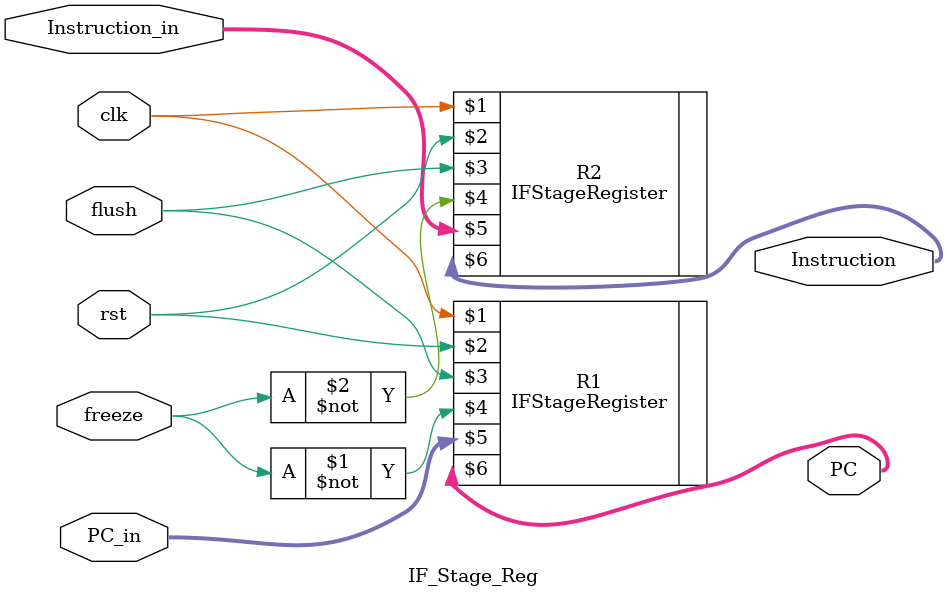
<source format=v>
`timescale 1ns/1ns

module IF_Stage_Reg (
    input clk, rst, freeze, flush,
    input [31:0] PC_in, Instruction_in,
    output [31:0] PC, Instruction
);

    IFStageRegister R1(clk, rst, flush, ~freeze, PC_in, PC);
    IFStageRegister R2(clk, rst, flush, ~freeze, Instruction_in, Instruction);

endmodule

</source>
